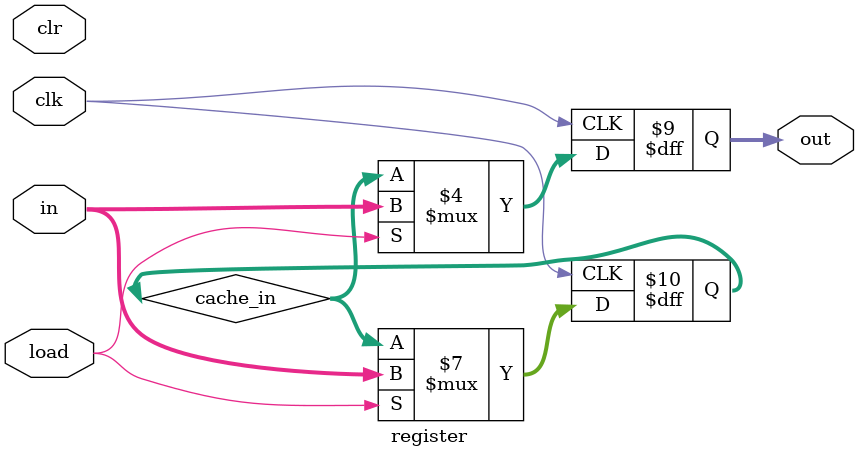
<source format=v>
module register(clk, load, clr, in, out);

input clk, load, clr;
input  [3:0] in;
output [3:0] out;

wire clk, load, clr;
wire [3:0] in;
reg  [3:0] out;

reg [3:0] cache_in;

always @(posedge clk)
begin
    if (load == 1'b1) begin
        cache_in <= in;
        out <= in;
    end else begin
        out <= cache_in;
    end
end

endmodule






</source>
